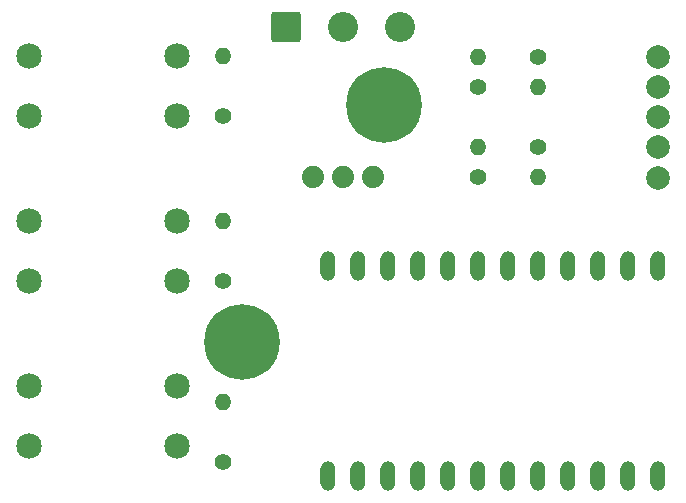
<source format=gbr>
%TF.GenerationSoftware,KiCad,Pcbnew,8.0.6*%
%TF.CreationDate,2024-11-29T18:38:07+11:00*%
%TF.ProjectId,pcb,7063622e-6b69-4636-9164-5f7063625858,rev?*%
%TF.SameCoordinates,Original*%
%TF.FileFunction,Soldermask,Top*%
%TF.FilePolarity,Negative*%
%FSLAX46Y46*%
G04 Gerber Fmt 4.6, Leading zero omitted, Abs format (unit mm)*
G04 Created by KiCad (PCBNEW 8.0.6) date 2024-11-29 18:38:07*
%MOMM*%
%LPD*%
G01*
G04 APERTURE LIST*
G04 Aperture macros list*
%AMRoundRect*
0 Rectangle with rounded corners*
0 $1 Rounding radius*
0 $2 $3 $4 $5 $6 $7 $8 $9 X,Y pos of 4 corners*
0 Add a 4 corners polygon primitive as box body*
4,1,4,$2,$3,$4,$5,$6,$7,$8,$9,$2,$3,0*
0 Add four circle primitives for the rounded corners*
1,1,$1+$1,$2,$3*
1,1,$1+$1,$4,$5*
1,1,$1+$1,$6,$7*
1,1,$1+$1,$8,$9*
0 Add four rect primitives between the rounded corners*
20,1,$1+$1,$2,$3,$4,$5,0*
20,1,$1+$1,$4,$5,$6,$7,0*
20,1,$1+$1,$6,$7,$8,$9,0*
20,1,$1+$1,$8,$9,$2,$3,0*%
G04 Aperture macros list end*
%ADD10C,1.400000*%
%ADD11O,1.400000X1.400000*%
%ADD12C,6.400000*%
%ADD13C,1.879600*%
%ADD14C,2.000000*%
%ADD15C,2.159000*%
%ADD16RoundRect,0.249999X-1.025001X-1.025001X1.025001X-1.025001X1.025001X1.025001X-1.025001X1.025001X0*%
%ADD17C,2.550000*%
%ADD18RoundRect,0.635000X-0.000010X0.635000X-0.000010X-0.635000X0.000010X-0.635000X0.000010X0.635000X0*%
G04 APERTURE END LIST*
D10*
%TO.C,R7*%
X74930000Y-30480000D03*
D11*
X69850000Y-30480000D03*
%TD*%
D12*
%TO.C,H2*%
X61900000Y-34580000D03*
%TD*%
D13*
%TO.C,SW4*%
X55880000Y-40640000D03*
X58420000Y-40640000D03*
X60960000Y-40640000D03*
%TD*%
D14*
%TO.C,A1*%
X85090000Y-40720000D03*
X85090000Y-38100000D03*
X85090000Y-35560000D03*
X85090000Y-33020000D03*
X85090000Y-30480000D03*
%TD*%
D15*
%TO.C,SW2*%
X31850000Y-44410000D03*
X44350000Y-44410000D03*
X31850000Y-49410000D03*
X44350000Y-49410000D03*
%TD*%
D10*
%TO.C,R3*%
X48260000Y-64770000D03*
D11*
X48260000Y-59690000D03*
%TD*%
D10*
%TO.C,R4*%
X69850000Y-40640000D03*
D11*
X74930000Y-40640000D03*
%TD*%
D12*
%TO.C,H1*%
X49900000Y-54580000D03*
%TD*%
D16*
%TO.C,J1*%
X53620000Y-27940000D03*
D17*
X58420000Y-27940000D03*
X63220000Y-27940000D03*
%TD*%
D10*
%TO.C,R1*%
X48260000Y-35480000D03*
D11*
X48260000Y-30400000D03*
%TD*%
D10*
%TO.C,R5*%
X74930000Y-38100000D03*
D11*
X69850000Y-38100000D03*
%TD*%
D18*
%TO.C,U1*%
X85090000Y-48180000D03*
X82550000Y-48180000D03*
X80010000Y-48180000D03*
X77470000Y-48180000D03*
X74930000Y-48180000D03*
X72390000Y-48180000D03*
X69850000Y-48180000D03*
X67310000Y-48180000D03*
X64770000Y-48180000D03*
X62230000Y-48180000D03*
X59690000Y-48180000D03*
X57150000Y-48180000D03*
X57150000Y-65960000D03*
X59690000Y-65960000D03*
X62230000Y-65960000D03*
X64770000Y-65960000D03*
X67310000Y-65960000D03*
X69850000Y-65960000D03*
X72390000Y-65960000D03*
X74930000Y-65960000D03*
X77470000Y-65960000D03*
X80010000Y-65960000D03*
X82550000Y-65960000D03*
X85090000Y-65960000D03*
%TD*%
D15*
%TO.C,SW1*%
X31850000Y-30440000D03*
X44350000Y-30440000D03*
X31850000Y-35440000D03*
X44350000Y-35440000D03*
%TD*%
D10*
%TO.C,R6*%
X69850000Y-33020000D03*
D11*
X74930000Y-33020000D03*
%TD*%
D15*
%TO.C,SW3*%
X31850000Y-58380000D03*
X44350000Y-58380000D03*
X31850000Y-63380000D03*
X44350000Y-63380000D03*
%TD*%
D10*
%TO.C,R2*%
X48260000Y-49450000D03*
D11*
X48260000Y-44370000D03*
%TD*%
M02*

</source>
